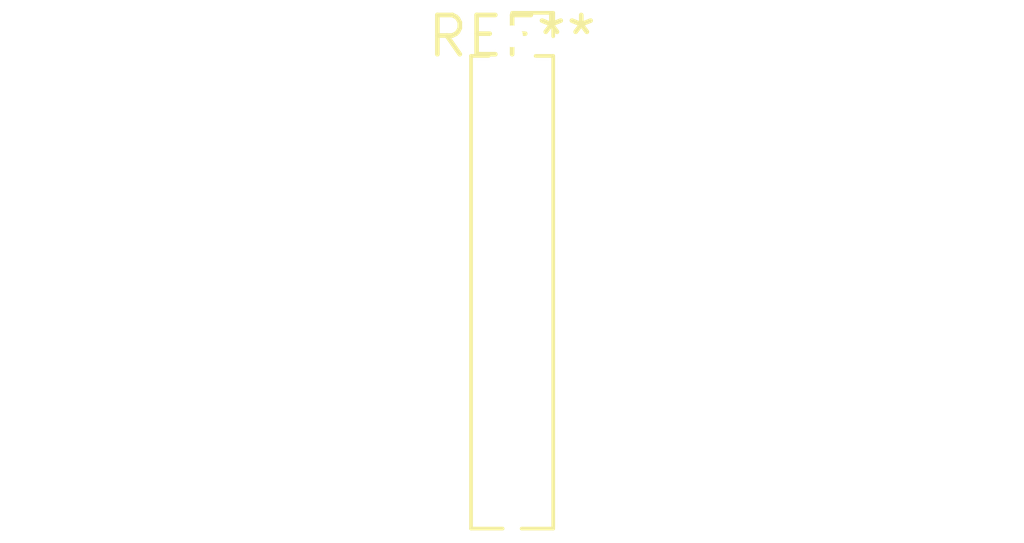
<source format=kicad_pcb>
(kicad_pcb (version 20240108) (generator pcbnew)
  (layers (0 "F.Cu" signal) (31 "B.Cu" signal) (34 "B.Paste" user) (35 "F.Paste" user) (36 "B.SilkS" user "B.Silkscreen") (37 "F.SilkS" user "F.Silkscreen") (38 "B.Mask" user) (39 "F.Mask" user) (44 "Edge.Cuts" user))
  (net 0 "")
  (footprint "PinSocket_1x13_P1.27mm_Vertical" (layer "F.Cu") (at 0 0)
    (property "Reference" "REF**")
    (property "Value" "PinSocket_1x13_P1.27mm_Vertical")
    (fp_line (start -1.33 0.635) (end -1.33 15.935) (layer "F.SilkS") (stroke (width 0.12)))
    (fp_line (start -1.33 0.635) (end -0.76 0.635) (layer "F.SilkS") (stroke (width 0.12)))
    (fp_line (start -1.33 15.935) (end -0.30753 15.935) (layer "F.SilkS") (stroke (width 0.12)))
    (fp_line (start 0 -0.76) (end 1.33 -0.76) (layer "F.SilkS") (stroke (width 0.12)))
    (fp_line (start 0.30753 15.935) (end 1.33 15.935) (layer "F.SilkS") (stroke (width 0.12)))
    (fp_line (start 0.76 0.635) (end 1.33 0.635) (layer "F.SilkS") (stroke (width 0.12)))
    (fp_line (start 1.33 -0.76) (end 1.33 0) (layer "F.SilkS") (stroke (width 0.12)))
    (fp_line (start 1.33 0.635) (end 1.33 15.935) (layer "F.SilkS") (stroke (width 0.12)))
    (pad "1" thru_hole rect (at 0 0) (size 1 1) (drill 0.7) (layers *.Cu *.Mask) (remove_unused_layers))
    (pad "2" thru_hole oval (at 0 1.27) (size 1 1) (drill 0.7) (layers *.Cu *.Mask) (remove_unused_layers))
    (pad "3" thru_hole oval (at 0 2.54) (size 1 1) (drill 0.7) (layers *.Cu *.Mask) (remove_unused_layers))
    (pad "4" thru_hole oval (at 0 3.81) (size 1 1) (drill 0.7) (layers *.Cu *.Mask) (remove_unused_layers))
    (pad "5" thru_hole oval (at 0 5.08) (size 1 1) (drill 0.7) (layers *.Cu *.Mask) (remove_unused_layers))
    (pad "6" thru_hole oval (at 0 6.35) (size 1 1) (drill 0.7) (layers *.Cu *.Mask) (remove_unused_layers))
    (pad "7" thru_hole oval (at 0 7.62) (size 1 1) (drill 0.7) (layers *.Cu *.Mask) (remove_unused_layers))
    (pad "8" thru_hole oval (at 0 8.89) (size 1 1) (drill 0.7) (layers *.Cu *.Mask) (remove_unused_layers))
    (pad "9" thru_hole oval (at 0 10.16) (size 1 1) (drill 0.7) (layers *.Cu *.Mask) (remove_unused_layers))
    (pad "10" thru_hole oval (at 0 11.43) (size 1 1) (drill 0.7) (layers *.Cu *.Mask) (remove_unused_layers))
    (pad "11" thru_hole oval (at 0 12.7) (size 1 1) (drill 0.7) (layers *.Cu *.Mask) (remove_unused_layers))
    (pad "12" thru_hole oval (at 0 13.97) (size 1 1) (drill 0.7) (layers *.Cu *.Mask) (remove_unused_layers))
    (pad "13" thru_hole oval (at 0 15.24) (size 1 1) (drill 0.7) (layers *.Cu *.Mask) (remove_unused_layers))
  )
)
</source>
